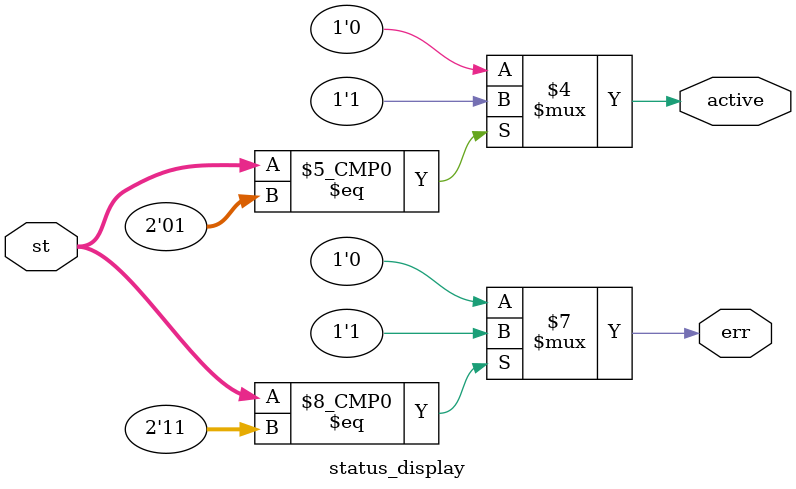
<source format=sv>
typedef enum logic [1:0] { IDLE, RUNNING, DONE, ERROR } status_t;

module status_display(
  input  status_t  st,
  output logic     active,
  output logic     err
);
  always_comb begin
    active = 1'b0;
    err    = 1'b0;
    case (st)
      RUNNING: active = 1'b1;
      ERROR:   err    = 1'b1;
      default: ;
    endcase
  end
endmodule

</source>
